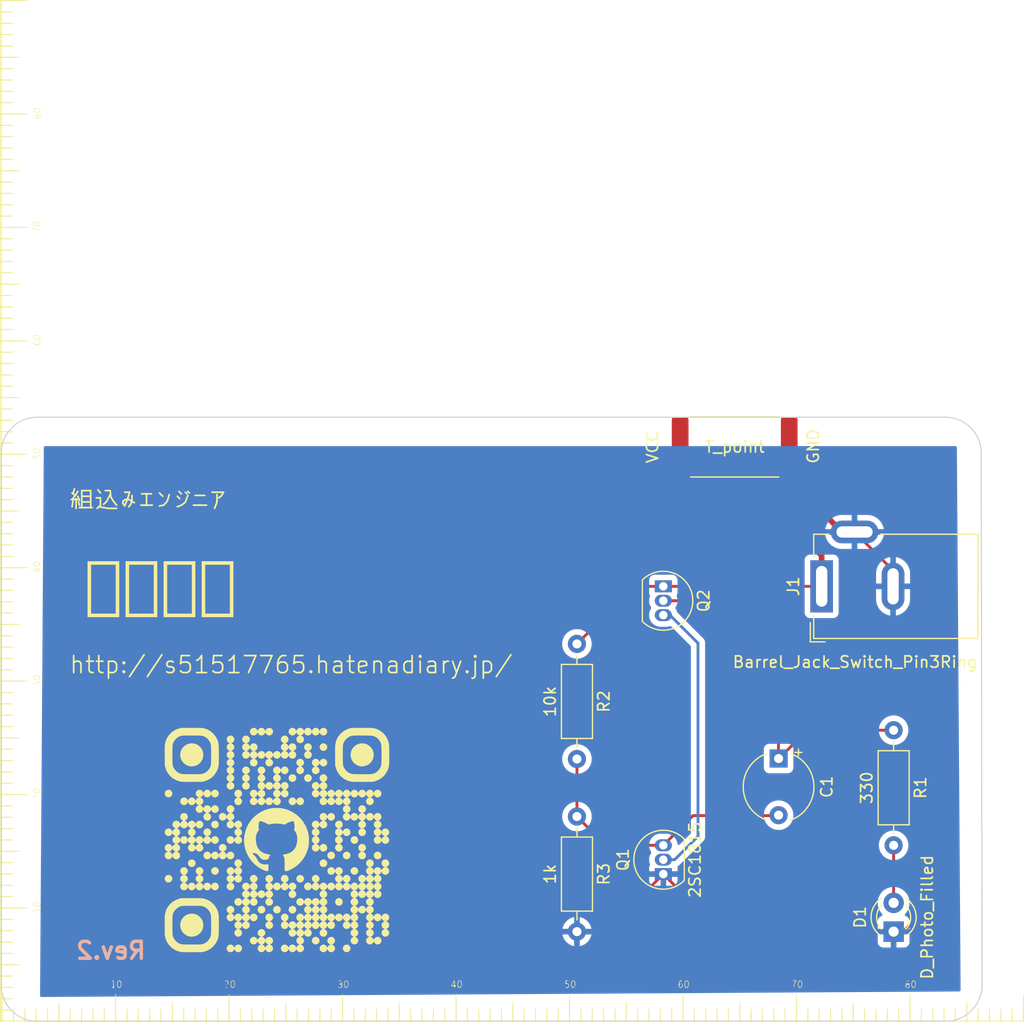
<source format=kicad_pcb>
(kicad_pcb (version 20221018) (generator pcbnew)
  (layers (0 "F.Cu" signal) (31 "B.Cu" signal) (34 "B.Paste" user) (35 "F.Paste" user) (36 "B.SilkS" user "B.Silkscreen") (37 "F.SilkS" user "F.Silkscreen") (38 "B.Mask" user) (39 "F.Mask" user) (44 "Edge.Cuts" user))
  (net 0 "")
  (net 1 "GND")
  (net 2 "Net-(Q1-C)")
  (net 3 "Net-(Q1-B)")
  (net 4 "Net-(Q2-E)")
  (net 5 "Net-(Q2-C)")
  (net 6 "Net-(D1-A)")
  (footprint "プロジェクト1:GitHub_QR" (layer "F.Cu") (at 123.4 111)
    (fp_text reference "G***" hide)
    (fp_text value "LOGO" hide)
  )
  (footprint "Resistor_SMD:R_4020_10251Metric" (layer "F.Cu") (at 163.7775 76.29)
    (fp_text reference "REF**" hide)
    (fp_text value "R_4020_10251Metric" hide)
    (fp_text user "T_point" (at 0 0) (layer "F.SilkS"))
    (pad "GND" smd roundrect (at 4.8125 0) (size 1.475 5.3) (layers "F.Cu" "F.Paste" "F.Mask") (roundrect_rratio 0.1694922034) (net 1 "GND"))
    (pad "VCC" smd roundrect (at -4.8125 0) (size 1.475 5.3) (layers "F.Cu" "F.Paste" "F.Mask") (roundrect_rratio 0.1694922034) (net 5 "Net-(Q2-C)"))
  )
  (footprint "Package_TO_SOT_THT:TO-92_Inline" (layer "F.Cu") (at 157.48 88.6 -90)
    (fp_text reference "Q2" (at 1.27 -3.56 90) (layer "F.SilkS"))
    (fp_text value "2SA1015" hide)
    (pad "1" thru_hole rect (at 0 0 270) (size 1.05 1.5) (drill 0.75) (layers "*.Cu" "*.Mask") (net 4 "Net-(Q2-E)"))
    (pad "2" thru_hole oval (at 1.27 0 270) (size 1.05 1.5) (drill 0.75) (layers "*.Cu" "*.Mask") (net 5 "Net-(Q2-C)"))
    (pad "3" thru_hole oval (at 2.54 0 270) (size 1.05 1.5) (drill 0.75) (layers "*.Cu" "*.Mask") (net 2 "Net-(Q1-C)"))
  )
  (footprint "Resistor_THT:R_Axial_DIN0207_L6.3mm_D2.5mm_P10.16mm_Horizontal" (layer "F.Cu") (at 149.86 93.68 -90)
    (fp_text reference "R2" (at 5.08 -2.37 90) (layer "F.SilkS"))
    (fp_text value "10k" (at 5.08 2.37 90) (layer "F.SilkS"))
    (pad "1" thru_hole circle (at 0 0 270) (size 1.6 1.6) (drill 0.8) (layers "*.Cu" "*.Mask") (net 4 "Net-(Q2-E)"))
    (pad "2" thru_hole oval (at 10.16 0 270) (size 1.6 1.6) (drill 0.8) (layers "*.Cu" "*.Mask") (net 3 "Net-(Q1-B)"))
  )
  (footprint "プロジェクト1:定規L" (layer "F.Cu") (at 100.22 81.95 90)
    (fp_text reference "G***" hide)
    (fp_text value "LOGO" hide)
  )
  (footprint "Resistor_THT:R_Axial_DIN0207_L6.3mm_D2.5mm_P10.16mm_Horizontal" (layer "F.Cu") (at 177.8 101.3 -90)
    (fp_text reference "R1" (at 5.08 -2.37 90) (layer "F.SilkS"))
    (fp_text value "330" (at 5.08 2.37 90) (layer "F.SilkS"))
    (pad "1" thru_hole circle (at 0 0 270) (size 1.6 1.6) (drill 0.8) (layers "*.Cu" "*.Mask") (net 5 "Net-(Q2-C)"))
    (pad "2" thru_hole oval (at 10.16 0 270) (size 1.6 1.6) (drill 0.8) (layers "*.Cu" "*.Mask") (net 6 "Net-(D1-A)"))
  )
  (footprint "プロジェクト1:定規R" (layer "F.Cu") (at 144.2 125.8)
    (fp_text reference "G***" hide)
    (fp_text value "LOGO" hide)
  )
  (footprint "LED_THT:LED_D3.0mm" (layer "F.Cu") (at 177.8 119.08 90)
    (fp_text reference "D1" (at 1.27 -2.96 90) (layer "F.SilkS"))
    (fp_text value "D_Photo_Filled" (at 1.27 2.96 90) (layer "F.SilkS"))
    (pad "1" thru_hole rect (at 0 0 90) (size 1.8 1.8) (drill 0.9) (layers "*.Cu" "*.Mask") (net 1 "GND"))
    (pad "2" thru_hole circle (at 2.54 0 90) (size 1.8 1.8) (drill 0.9) (layers "*.Cu" "*.Mask") (net 6 "Net-(D1-A)"))
  )
  (footprint "Capacitor_THT:CP_Radial_Tantal_D6.0mm_P5.00mm" (layer "F.Cu") (at 167.65 103.8 -90)
    (fp_text reference "C1" (at 2.5 -4.25 90) (layer "F.SilkS"))
    (fp_text value "10u")
    (pad "1" thru_hole rect (at 0 0 270) (size 1.6 1.6) (drill 0.8) (layers "*.Cu" "*.Mask") (net 5 "Net-(Q2-C)"))
    (pad "2" thru_hole circle (at 5 0 270) (size 1.6 1.6) (drill 0.8) (layers "*.Cu" "*.Mask") (net 3 "Net-(Q1-B)"))
  )
  (footprint "Connector_BarrelJack:BarrelJack_GCT_DCJ200-10-A_Horizontal" (layer "F.Cu") (at 171.45 88.6 90)
    (fp_text reference "J1" (at 0 -2.5 90) (layer "F.SilkS"))
    (fp_text value "Barrel_Jack_Switch_Pin3Ring" (at -6.68 2.95) (layer "F.SilkS"))
    (pad "1" thru_hole rect (at 0 0 90) (size 4.6 2) (drill oval 3.6 1) (layers "*.Cu" "*.Mask") (net 4 "Net-(Q2-E)"))
    (pad "2" thru_hole oval (at 0 6.3 90) (size 4.2 2) (drill oval 3.2 1) (layers "*.Cu" "*.Mask") (net 1 "GND"))
    (pad "3" thru_hole oval (at 4.8 2.9 90) (size 2 4.2) (drill oval 1 3.2) (layers "*.Cu" "*.Mask") (net 1 "GND"))
  )
  (footprint "Resistor_THT:R_Axial_DIN0207_L6.3mm_D2.5mm_P10.16mm_Horizontal" (layer "F.Cu") (at 149.86 108.92 -90)
    (fp_text reference "R3" (at 5.08 -2.37 90) (layer "F.SilkS"))
    (fp_text value "1k" (at 5.08 2.37 90) (layer "F.SilkS"))
    (pad "1" thru_hole circle (at 0 0 270) (size 1.6 1.6) (drill 0.8) (layers "*.Cu" "*.Mask") (net 3 "Net-(Q1-B)"))
    (pad "2" thru_hole oval (at 10.16 0 270) (size 1.6 1.6) (drill 0.8) (layers "*.Cu" "*.Mask") (net 1 "GND"))
  )
  (footprint "Package_TO_SOT_THT:TO-92_Inline" (layer "F.Cu") (at 157.48 114 90)
    (fp_text reference "Q1" (at 1.27 -3.56 90) (layer "F.SilkS"))
    (fp_text value "2SC1815" (at 1.27 2.79 90) (layer "F.SilkS"))
    (pad "1" thru_hole rect (at 0 0 90) (size 1.05 1.5) (drill 0.75) (layers "*.Cu" "*.Mask") (net 1 "GND"))
    (pad "2" thru_hole oval (at 1.27 0 90) (size 1.05 1.5) (drill 0.75) (layers "*.Cu" "*.Mask") (net 2 "Net-(Q1-C)"))
    (pad "3" thru_hole oval (at 2.54 0 90) (size 1.05 1.5) (drill 0.75) (layers "*.Cu" "*.Mask") (net 3 "Net-(Q1-B)"))
  )
  (gr_arc (start 185.6 123.8) (mid 184.6686 126.0486) (end 182.42 126.98) (stroke (width 0.1)) (layer "Edge.Cuts"))
  (gr_line (start 182.42 126.98) (end 102.2486 127) (stroke (width 0.1)) (layer "Edge.Cuts"))
  (gr_arc (start 99.0686 76.8486) (mid 100 74.6) (end 102.2486 73.6686) (stroke (width 0.1)) (layer "Edge.Cuts"))
  (gr_line (start 185.5314 76.8486) (end 185.6 123.8) (stroke (width 0.1)) (layer "Edge.Cuts"))
  (gr_arc (start 182.3514 73.6686) (mid 184.6 74.6) (end 185.5314 76.8486) (stroke (width 0.1)) (layer "Edge.Cuts"))
  (gr_line (start 99.0686 123.82) (end 99.0686 76.8486) (stroke (width 0.1)) (layer "Edge.Cuts"))
  (gr_line (start 102.2486 73.6686) (end 182.3514 73.6686) (stroke (width 0.1)) (layer "Edge.Cuts"))
  (gr_arc (start 102.2486 127) (mid 100 126.0686) (end 99.0686 123.82) (stroke (width 0.1)) (layer "Edge.Cuts"))
  (gr_text "Rev.2" (at 105.51 121.63) (layer "B.SilkS") (effects (font (size 1.5 1.5) (thickness 0.3) bold) (justify right bottom mirror)))
  (gr_text "組込みエンジニア\n\n\n\n\n\nhttp://s51517765.hatenadiary.jp/" (at 105 96.4) (layer "F.SilkS") (effects (font (size 1.5 1.5)) (justify left bottom)))
  (gr_text "GND" (at 171.29 77.86 90) (layer "F.SilkS") (effects (font (size 1 1)) (justify left bottom)))
  (gr_text "とりてん" (at 106.4 91) (layer "F.SilkS") (effects (font (size 4 4)) (justify left bottom)))
  (gr_text "VCC" (at 157.11 77.82 90) (layer "F.SilkS") (effects (font (size 1 1)) (justify left bottom)))
  (segment (start 177.75 87.2) (end 174.35 83.8) (width 0.25) (layer "F.Cu") (net 1))
  (segment (start 174.35 90.23) (end 180.34 96.22) (width 0.25) (layer "F.Cu") (net 1))
  (segment (start 152.4 119.08) (end 149.86 119.08) (width 0.25) (layer "F.Cu") (net 1))
  (segment (start 173.25 83.8) (end 168.6625 79.2125) (width 0.5) (layer "F.Cu") (net 1))
  (segment (start 180.34 96.22) (end 180.34 117.38) (width 0.25) (layer "F.Cu") (net 1))
  (segment (start 157.48 114) (end 152.4 119.08) (width 0.25) (layer "F.Cu") (net 1))
  (segment (start 180.34 117.38) (end 178.64 119.08) (width 0.25) (layer "F.Cu") (net 1))
  (segment (start 168.6625 79.2125) (end 168.6625 77.4) (width 0.5) (layer "F.Cu") (net 1))
  (segment (start 177.8 119.08) (end 162.56 119.08) (width 0.25) (layer "F.Cu") (net 1))
  (segment (start 174.35 83.8) (end 174.35 90.23) (width 0.25) (layer "F.Cu") (net 1))
  (segment (start 174.35 83.8) (end 173.25 83.8) (width 0.25) (layer "F.Cu") (net 1))
  (segment (start 162.56 119.08) (end 157.48 114) (width 0.25) (layer "F.Cu") (net 1))
  (segment (start 177.75 88.6) (end 177.75 87.2) (width 0.25) (layer "F.Cu") (net 1))
  (segment (start 178.64 119.08) (end 177.8 119.08) (width 0.25) (layer "F.Cu") (net 1))
  (segment (start 160.54 110.67) (end 158.48 112.73) (width 0.25) (layer "B.Cu") (net 2))
  (segment (start 158.48 112.73) (end 157.48 112.73) (width 0.25) (layer "B.Cu") (net 2))
  (segment (start 158.06 91.14) (end 160.54 93.62) (width 0.25) (layer "B.Cu") (net 2))
  (segment (start 160.54 93.62) (end 160.54 110.67) (width 0.25) (layer "B.Cu") (net 2))
  (segment (start 157.48 91.14) (end 158.06 91.14) (width 0.25) (layer "B.Cu") (net 2))
  (segment (start 167.64 108.84) (end 160.1 108.84) (width 0.25) (layer "F.Cu") (net 3))
  (segment (start 160.1 108.84) (end 157.48 111.46) (width 0.25) (layer "F.Cu") (net 3))
  (segment (start 149.86 103.84) (end 149.86 108.92) (width 0.25) (layer "F.Cu") (net 3))
  (segment (start 152.4 111.46) (end 149.86 108.92) (width 0.25) (layer "F.Cu") (net 3))
  (segment (start 157.48 111.46) (end 152.4 111.46) (width 0.25) (layer "F.Cu") (net 3))
  (segment (start 154.94 88.6) (end 157.48 88.6) (width 0.25) (layer "F.Cu") (net 4))
  (segment (start 157.48 88.6) (end 170.875 88.6) (width 0.25) (layer "F.Cu") (net 4))
  (segment (start 149.86 93.68) (end 154.94 88.6) (width 0.25) (layer "F.Cu") (net 4))
  (segment (start 170.15 101.33) (end 167.64 103.84) (width 0.25) (layer "F.Cu") (net 5))
  (segment (start 159.0375 79.5875) (end 160.57 81.12) (width 0.5) (layer "F.Cu") (net 5))
  (segment (start 166.696396 81.12) (end 171.45 85.873604) (width 0.5) (layer "F.Cu") (net 5))
  (segment (start 159.0375 78) (end 159.0375 79.5875) (width 0.5) (layer "F.Cu") (net 5))
  (segment (start 160.57 81.12) (end 166.696396 81.12) (width 0.5) (layer "F.Cu") (net 5))
  (segment (start 172.68 101.3) (end 172.65 101.33) (width 0.25) (layer "F.Cu") (net 5))
  (segment (start 171.45 85.873604) (end 171.45 88.6) (width 0.5) (layer "F.Cu") (net 5))
  (segment (start 167.64 103.84) (end 167.64 94.27) (width 0.25) (layer "F.Cu") (net 5))
  (segment (start 167.64 94.27) (end 163.24 89.87) (width 0.25) (layer "F.Cu") (net 5))
  (segment (start 163.24 89.87) (end 157.48 89.87) (width 0.25) (layer "F.Cu") (net 5))
  (segment (start 177.8 101.3) (end 172.68 101.3) (width 0.25) (layer "F.Cu") (net 5))
  (segment (start 172.65 101.33) (end 170.15 101.33) (width 0.25) (layer "F.Cu") (net 5))
  (segment (start 177.8 116.54) (end 177.8 111.46) (width 0.25) (layer "F.Cu") (net 6))
  (zone (net 1) (net_name "GND") (layer "B.Cu") (connect_pads (clearance 0.5)) (min_thickness 0.25) (fill yes (thermal_gap 0.5) (thermal_bridge_width 0.5))
    (polygon (pts (xy 102.82 76.22) (xy 183.38 76.22) (xy 183.71 124.36) (xy 102.49 124.85) (xy 102.49 124.69)))
  )
)
</source>
